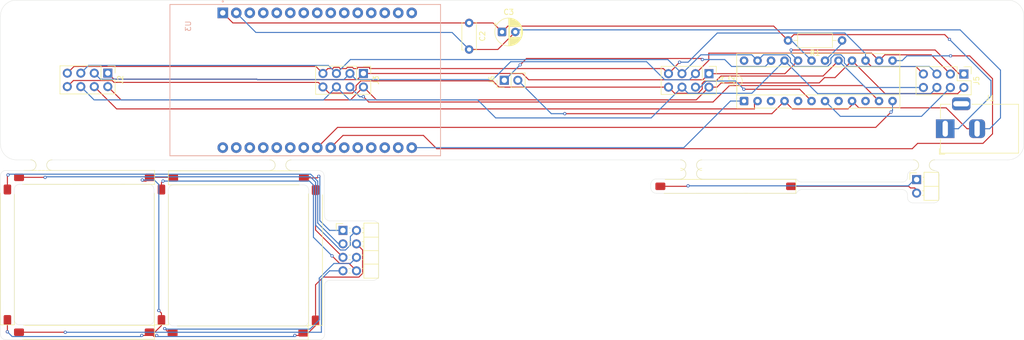
<source format=kicad_pcb>
(kicad_pcb (version 20241229) (generator "pcbnew") (generator_version "9.0")
  (layers (0 "F.Cu" signal) (2 "B.Cu" signal) (13 "F.Paste" user) (15 "B.Paste" user) (5 "F.SilkS" user "F.Silkscreen") (7 "B.SilkS" user "B.Silkscreen") (1 "F.Mask" user) (3 "B.Mask" user) (25 "Edge.Cuts" user))
  (net 0 "")
  (net 1 "Net-(A1-A)")
  (net 2 "Net-(A1-K)")
  (net 3 "Net-(B1-A)")
  (net 4 "GND")
  (net 5 "5V")
  (net 6 "Net-(D1-A)")
  (net 7 "Net-(E1-A)")
  (net 8 "Net-(F1-A)")
  (net 9 "Net-(G1-A)")
  (net 10 "F")
  (net 11 "D1")
  (net 12 "G")
  (net 13 "E")
  (net 14 "A")
  (net 15 "D")
  (net 16 "B")
  (net 17 "C")
  (net 18 "D2")
  (net 19 "D3")
  (net 20 "D4")
  (net 21 "DP")
  (net 22 "Net-(U2-ISET)")
  (net 24 "Net-(U2-CLK)")
  (net 25 "Net-(U2-DIN)")
  (net 26 "Net-(U2-LOAD)")
  (net 44 "Net-(C1-A)")
  (net 45 "Net-(DP1-K)")
  (net 46 "Net-(DP1-A)")
  (footprint "MountingHole:MountingHole_2.2mm_M2" (layer "F.Cu") (at 243.5 45.5)
    (property "Reference" "REF**" (hide yes))
    (property "Value" "M2")
  )
  (footprint "Panelization:mouse-bite-2mm-slot" (layer "F.Cu") (at 108.6 71.6)
    (property "Reference" "mouse-bite-2mm-slot" (hide yes))
    (property "Value" "VAL**" (hide yes))
  )
  (footprint "Connector_PinHeader_2.54mm:PinHeader_2x04_P2.54mm_Vertical" (layer "F.Cu") (at 76.1 54.26 -90)
    (property "Reference" "J2")
    (property "Value" "Conn_02x04_Top_Bottom" (hide yes))
  )
  (footprint "MountingHole:MountingHole_2.2mm_M2" (layer "F.Cu") (at 225.5 65.6)
    (property "Reference" "REF**" (hide yes))
    (property "Value" "M2")
  )
  (footprint "Resistor_THT:R_Axial_DIN0207_L6.3mm_D2.5mm_P10.16mm_Horizontal" (layer "F.Cu") (at 214.28 48.1 180)
    (property "Reference" "R1")
    (property "Value" "10k")
  )
  (footprint "Connector_PinHeader_2.54mm:PinHeader_1x02_P2.54mm_Horizontal" (layer "F.Cu") (at 228.315 74.325)
    (property "Reference" "J8" (hide yes))
    (property "Value" "Conn_01x02_Pin" (hide yes))
  )
  (footprint "led:7SEG" (layer "F.Cu") (at 75.18875 103.29125 180)
    (property "Reference" "F1" (hide yes))
    (property "Value" "LEDF")
  )
  (footprint "Capacitor_THT:CP_Radial_D5.0mm_P2.50mm" (layer "F.Cu") (at 150.294888 46.5)
    (property "Reference" "C3")
    (property "Value" "10uF")
  )
  (footprint "Package_DIP:DIP-24_W7.62mm_Socket" (layer "F.Cu") (at 195.84 59.52 90)
    (property "Reference" "U2")
    (property "Value" "MAX7219")
  )
  (footprint "led:7SEG" (layer "F.Cu") (at 104.1 103.4 180)
    (property "Reference" "E1" (hide yes))
    (property "Value" "LEDE")
  )
  (footprint "MountingHole:MountingHole_2.2mm_M2" (layer "F.Cu") (at 60.9 45.5)
    (property "Reference" "REF**" (hide yes))
    (property "Value" "M2")
  )
  (footprint "Connector_PinHeader_2.54mm:PinHeader_1x02_P2.54mm_Vertical" (layer "F.Cu") (at 150.725 55.6 90)
    (property "Reference" "J6")
    (property "Value" "Conn_01x02_Socket")
  )
  (footprint "led:7SEG" (layer "F.Cu") (at 86 92 90)
    (property "Reference" "G1" (hide yes))
    (property "Value" "LEDG")
  )
  (footprint "led:7SEG" (layer "F.Cu") (at 57.00875 91.98875 90)
    (property "Reference" "A1" (hide yes))
    (property "Value" "LEDA")
  )
  (footprint "led:7SEG" (layer "F.Cu") (at 195.88875 75.79125 180)
    (property "Reference" "DP1" (hide yes))
    (property "Value" "LEDDP")
  )
  (footprint "Connector_BarrelJack:BarrelJack_Horizontal" (layer "F.Cu") (at 233.7 64.7325 180)
    (property "Reference" "J1")
    (property "Value" "Jack-DC" (hide yes))
  )
  (footprint "Panelization:mouse-bite-2mm-slot" (layer "F.Cu") (at 185.9 71.6)
    (property "Reference" "mouse-bite-2mm-slot" (hide yes))
    (property "Value" "VAL**" (hide yes))
  )
  (footprint "Connector_PinHeader_2.54mm:PinHeader_2x04_P2.54mm_Horizontal" (layer "F.Cu") (at 120.36 83.9)
    (property "Reference" "J7" (hide yes))
    (property "Value" "Conn_02x04_Top_Bottom" (hide yes))
  )
  (footprint "Panelization:mouse-bite-2mm-slot" (layer "F.Cu") (at 63.6 71.6)
    (property "Reference" "mouse-bite-2mm-slot" (hide yes))
    (property "Value" "VAL**" (hide yes))
  )
  (footprint "Panelization:mouse-bite-2mm-slot" (layer "F.Cu") (at 229.7 71.6)
    (property "Reference" "mouse-bite-2mm-slot" (hide yes))
    (property "Value" "VAL**" (hide yes))
  )
  (footprint "Connector_PinHeader_2.54mm:PinHeader_2x04_P2.54mm_Vertical" (layer "F.Cu") (at 124.21 54.325 -90)
    (property "Reference" "J3")
    (property "Value" "Conn_02x04_Top_Bottom" (hide yes))
  )
  (footprint "Panelization:mouse-bite-2mm-slot" (layer "F.Cu") (at 185.9 73.2)
    (property "Reference" "mouse-bite-2mm-slot" (hide yes))
    (property "Value" "VAL**" (hide yes))
  )
  (footprint "led:7SEG" (layer "F.Cu") (at 97.2 73.8)
    (property "Reference" "C1" (hide yes))
    (property "Value" "LEDC")
  )
  (footprint "Connector_PinHeader_2.54mm:PinHeader_2x04_P2.54mm_Vertical" (layer "F.Cu") (at 189.24 54.36 -90)
    (property "Reference" "J4")
    (property "Value" "Conn_02x04_Top_Bottom" (hide yes))
  )
  (footprint "Connector_PinHeader_2.54mm:PinHeader_2x04_P2.54mm_Vertical" (layer "F.Cu") (at 237.21 54.425 -90)
    (property "Reference" "J5")
    (property "Value" "Conn_02x04_Top_Bottom" (hide yes))
  )
  (footprint "MountingHole:MountingHole_2.2mm_M2" (layer "F.Cu") (at 60.9 65.5)
    (property "Reference" "REF**" (hide yes))
    (property "Value" "M2")
  )
  (footprint "led:7SEG" (layer "F.Cu") (at 75.2 74.1 180)
    (property "Reference" "B1" (hide yes))
    (property "Value" "LEDB")
  )
  (footprint "led:7SEG" (layer "F.Cu") (at 115 92.08875 90)
    (property "Reference" "D1" (hide yes))
    (property "Value" "LEDD")
  )
  (footprint "Capacitor_THT:C_Disc_D5.0mm_W2.5mm_P5.00mm" (layer "F.Cu") (at 144.1 44.8 -90)
    (property "Reference" "C2")
    (property "Value" "100nf")
  )
  (footprint "led:MODULE_ESP32_DEVKIT_V1" (layer "B.Cu") (at 113.255 55.6 -90)
    (property "Reference" "U3")
    (property "Value" "~" (hide yes))
  )
  (gr_line (start 67.2 72.6) (end 96 72.6) (stroke (width 0.05)) (layer "Edge.Cuts"))
  (gr_line (start 110.6 72.6) (end 115.8105 72.6) (stroke (width 0.05)) (layer "Edge.Cuts"))
  (gr_line (start 117.889529 82.1) (end 124.3 82.1) (stroke (width 0.05)) (layer "Edge.Cuts"))
  (gr_arc (start 127.1 92.3) (mid 126.807107 93.007107) (end 126.1 93.3) (stroke (width 0.05)) (layer "Edge.Cuts"))
  (gr_arc (start 248.5 67.6) (mid 247.62132 69.72132) (end 245.5 70.6) (stroke (width 0.05)) (layer "Edge.Cuts"))
  (gr_line (start 67.2 70.6) (end 106.6 70.6) (stroke (width 0.05)) (layer "Edge.Cuts"))
  (gr_arc (start 116.9 103.5) (mid 116.607107 104.207107) (end 115.9 104.5) (stroke (width 0.05)) (layer "Edge.Cuts"))
  (gr_line (start 56.9 72.6) (end 61.6 72.6) (stroke (width 0.05)) (layer "Edge.Cuts"))
  (gr_arc (start 183.9 70.6) (mid 184.848683 71.283772) (end 184.5 72.4) (stroke (width 0.05)) (layer "Edge.Cuts"))
  (gr_arc (start 126.1 82.1) (mid 126.807107 82.392893) (end 127.1 83.1) (stroke (width 0.05)) (layer "Edge.Cuts"))
  (gr_arc (start 231.7 72.6) (mid 232.345162 72.925637) (end 232.604983 73.6) (stroke (width 0.05)) (layer "Edge.Cuts"))
  (gr_line (start 126.1 93.3) (end 117.9 93.3) (stroke (width 0.05)) (layer "Edge.Cuts"))
  (gr_arc (start 184.5 72.4) (mid 184.848683 73.516228) (end 183.9 74.2) (stroke (width 0.05)) (layer "Edge.Cuts"))
  (gr_arc (start 226.6 73.8) (mid 226.307121 74.507121) (end 225.6 74.8) (stroke (width 0.05)) (layer "Edge.Cuts"))
  (gr_line (start 83.8 75.2) (end 59.5 75.2) (stroke (width 0.05)) (layer "Edge.Cuts"))
  (gr_line (start 205.6 76.9) (end 205.7 76.9) (stroke (width 0.05)) (layer "Edge.Cuts"))
  (gr_arc (start 187.3 72.4) (mid 186.951317 71.283772) (end 187.9 70.6) (stroke (width 0.05)) (layer "Edge.Cuts"))
  (gr_line (start 178.3 75.2) (end 178.3 75.9) (stroke (width 0.05)) (layer "Edge.Cuts"))
  (gr_line (start 205.7 74.2) (end 205.900154 74.440184) (stroke (width 0.05)) (layer "Edge.Cuts"))
  (gr_arc (start 187.9 74.2) (mid 186.951317 73.516228) (end 187.3 72.4) (stroke (width 0.05)) (layer "Edge.Cuts"))
  (gr_line (start 58.5 76.2) (end 58.5 100.7) (stroke (width 0.05)) (layer "Edge.Cuts"))
  (gr_arc (start 116.9 94.3) (mid 117.192893 93.592893) (end 117.9 93.3) (stroke (width 0.05)) (layer "Edge.Cuts"))
  (gr_arc (start 112.9 75.3) (mid 113.607107 75.592893) (end 113.9 76.3) (stroke (width 0.05)) (layer "Edge.Cuts"))
  (gr_line (start 179.3 76.9) (end 205.6 76.9) (stroke (width 0.05)) (layer "Edge.Cuts"))
  (gr_line (start 232.6 73.6) (end 232.6 77.7) (stroke (width 0.05)) (layer "Edge.Cuts"))
  (gr_line (start 231.6 78.7) (end 227.6 78.7) (stroke (width 0.05)) (layer "Edge.Cuts"))
  (gr_line (start 55.9 103.5) (end 55.9 73.6) (stroke (width 0.05)) (layer "Edge.Cuts"))
  (gr_line (start 248.5 43.5) (end 248.5 67.6) (stroke (width 0.05)) (layer "Edge.Cuts"))
  (gr_line (start 59.5 101.7) (end 83.8 101.7) (stroke (width 0.05)) (layer "Edge.Cuts"))
  (gr_line (start 55.9 67.6) (end 55.9 43.5) (stroke (width 0.05)) (layer "Edge.Cuts"))
  (gr_line (start 124.3 82.1) (end 126.1 82.1) (stroke (width 0.05)) (layer "Edge.Cuts"))
  (gr_line (start 58.9 70.6) (end 61.6 70.6) (stroke (width 0.05)) (layer "Edge.Cuts"))
  (gr_line (start 116.810416 73.589474) (end 116.889585 81.110526) (stroke (width 0.05)) (layer "Edge.Cuts"))
  (gr_line (start 112.9 75.3) (end 88.5 75.3) (stroke (width 0.05)) (layer "Edge.Cuts"))
  (gr_line (start 183.9 74.2) (end 179.3 74.2) (stroke (width 0.05)) (layer "Edge.Cuts"))
  (gr_arc (start 225.6 76.2) (mid 226.307121 76.492879) (end 226.6 77.2) (stroke (width 0.05)) (layer "Edge.Cuts"))
  (gr_arc (start 106.6 70.6) (mid 107.6 71.6) (end 106.6 72.6) (stroke (width 0.05)) (layer "Edge.Cuts"))
  (gr_line (start 206.715 76.2) (end 225.6 76.2) (stroke (width 0.05)) (layer "Edge.Cuts"))
  (gr_arc (start 58.5 76.2) (mid 58.792893 75.492893) (end 59.5 75.2) (stroke (width 0.05)) (layer "Edge.Cuts"))
  (gr_line (start 245.5 70.6) (end 231.7 70.6) (stroke (width 0.05)) (layer "Edge.Cuts"))
  (gr_arc (start 110.6 72.6) (mid 109.6 71.6) (end 110.6 70.6) (stroke (width 0.05)) (layer "Edge.Cuts"))
  (gr_arc (start 113.9 100.9) (mid 113.607107 101.607107) (end 112.9 101.9) (stroke (width 0.05)) (layer "Edge.Cuts"))
  (gr_line (start 87.5 76.3) (end 87.5 100.9) (stroke (width 0.05)) (layer "Edge.Cuts"))
  (gr_arc (start 179.3 76.9) (mid 178.592879 76.607121) (end 178.3 75.9) (stroke (width 0.05)) (layer "Edge.Cuts"))
  (gr_arc (start 226.6 73.6) (mid 226.929165 72.858365) (end 227.7 72.605018) (stroke (width 0.05)) (layer "Edge.Cuts"))
  (gr_arc (start 59.5 101.7) (mid 58.792893 101.407107) (end 58.5 100.7) (stroke (width 0.05)) (layer "Edge.Cuts"))
  (gr_arc (start 227.7 70.6) (mid 228.7 71.6) (end 227.7 72.6) (stroke (width 0.05)) (layer "Edge.Cuts"))
  (gr_arc (start 84.8 100.7) (mid 84.507107 101.407107) (end 83.8 101.7) (stroke (width 0.05)) (layer "Edge.Cuts"))
  (gr_arc (start 178.3 75.2) (mid 178.592879 74.492879) (end 179.3 74.2) (stroke (width 0.05)) (layer "Edge.Cuts"))
  (gr_arc (start 88.5 101.9) (mid 87.792893 101.607107) (end 87.5 100.9) (stroke (width 0.05)) (layer "Edge.Cuts"))
  (gr_arc (start 205.900884 76.618762) (mid 206.257029 76.310806) (end 206.714618 76.2) (stroke (width 0.05)) (layer "Edge.Cuts"))
  (gr_line (start 187.9 74.2) (end 205.7 74.2) (stroke (width 0.05)) (layer "Edge.Cuts"))
  (gr_arc (start 55.9 73.6) (mid 56.192893 72.892893) (end 56.9 72.6) (stroke (width 0.05)) (layer "Edge.Cuts"))
  (gr_line (start 226.6 73.8) (end 226.6 73.6) (stroke (width 0.05)) (layer "Edge.Cuts"))
  (gr_arc (start 232.6 77.7) (mid 232.307121 78.407121) (end 231.6 78.7) (stroke (width 0.05)) (layer "Edge.Cuts"))
  (gr_arc (start 117.889529 82.1) (mid 117.186135 81.810829) (end 116.889585 81.110526) (stroke (width 0.05)) (layer "Edge.Cuts"))
  (gr_line (start 88.5 101.9) (end 112.9 101.9) (stroke (width 0.05)) (layer "Edge.Cuts"))
  (gr_arc (start 58.9 70.6) (mid 56.77868 69.72132) (end 55.9 67.6) (stroke (width 0.05)) (layer "Edge.Cuts"))
  (gr_arc (start 245.5 40.5) (mid 247.62132 41.37868) (end 248.5 43.5) (stroke (width 0.05)) (layer "Edge.Cuts"))
  (gr_line (start 84.8 100.7) (end 84.8 76.2) (stroke (width 0.05)) (layer "Edge.Cuts"))
  (gr_line (start 127.1 83.1) (end 127.1 92.3) (stroke (width 0.05)) (layer "Edge.Cuts"))
  (gr_arc (start 227.6 78.7) (mid 226.892879 78.407121) (end 226.6 77.7) (stroke (width 0.05)) (layer "Edge.Cuts"))
  (gr_line (start 206.668375 74.8) (end 225.6 74.8) (stroke (width 0.05)) (layer "Edge.Cuts"))
  (gr_arc (start 56.9 104.5) (mid 56.192893 104.207107) (end 55.9 103.5) (stroke (width 0.05)) (layer "Edge.Cuts"))
  (gr_line (start 106.6 72.6) (end 96 72.6) (stroke (width 0.05)) (layer "Edge.Cuts"))
  (gr_arc (start 231.7 72.6) (mid 230.7 71.6) (end 231.7 70.6) (stroke (width 0.05)) (layer "Edge.Cuts"))
  (gr_line (start 110.6 70.6) (end 183.9 70.6) (stroke (width 0.05)) (layer "Edge.Cuts"))
  (gr_line (start 65.6 72.6) (end 67.2 72.6) (stroke (width 0.05)) (layer "Edge.Cuts"))
  (gr_arc (start 87.5 76.3) (mid 87.792893 75.592893) (end 88.5 75.3) (stroke (width 0.05)) (layer "Edge.Cuts"))
  (gr_line (start 113.9 100.9) (end 113.9 76.3) (stroke (width 0.05)) (layer "Edge.Cuts"))
  (gr_arc (start 65.6 72.6) (mid 64.6 71.6) (end 65.6 70.6) (stroke (width 0.05)) (layer "Edge.Cuts"))
  (gr_arc (start 55.9 43.5) (mid 56.77868 41.37868) (end 58.9 40.5) (stroke (width 0.05)) (layer "Edge.Cuts"))
  (gr_line (start 65.6 70.6) (end 67.2 70.6) (stroke (width 0.05)) (layer "Edge.Cuts"))
  (gr_line (start 226.6 77.2) (end 226.6 77.7) (stroke (width 0.05)) (layer "Edge.Cuts"))
  (gr_arc (start 61.6 70.6) (mid 62.6 71.6) (end 61.6 72.6) (stroke (width 0.05)) (layer "Edge.Cuts"))
  (gr_arc (start 83.8 75.2) (mid 84.507107 75.492893) (end 84.8 76.2) (stroke (width 0.05)) (layer "Edge.Cuts"))
  (gr_line (start 58.9 40.5) (end 245.5 40.5) (stroke (width 0.05)) (layer "Edge.Cuts"))
  (gr_line (start 205.7 76.9) (end 205.900884 76.625) (stroke (width 0.05)) (layer "Edge.Cuts"))
  (gr_line (start 187.9 70.6) (end 227.7 70.6) (stroke (width 0.05)) (layer "Edge.Cuts"))
  (gr_arc (start 115.810471 72.6) (mid 116.513865 72.889171) (end 116.810416 73.589474) (stroke (width 0.05)) (layer "Edge.Cuts"))
  (gr_line (start 116.9 94.3) (end 116.9 103.5) (stroke (width 0.05)) (layer "Edge.Cuts"))
  (gr_arc (start 206.668375 74.8) (mid 206.244209 74.705602) (end 205.900154 74.440184) (stroke (width 0.05)) (layer "Edge.Cuts"))
  (gr_line (start 56.9 104.5) (end 115.9 104.5) (stroke (width 0.05)) (layer "Edge.Cuts"))
  (segment (start 57.20875 76.18875) (end 57.20875 73.57125) (width 0.2) (layer "F.Cu") (net 1))
  (segment (start 57.20875 73.57125) (end 57.3245 73.4555) (width 0.2) (layer "F.Cu") (net 1))
  (via (at 57.3245 73.4555) (size 0.6) (drill 0.3) (layers "F.Cu" "B.Cu") (net 1))
  (segment (start 57.481 73.299) (end 57.3245 73.4555) (width 0.2) (layer "B.Cu") (net 1))
  (segment (start 115.6 74.625456) (end 114.273544 73.299) (width 0.2) (layer "B.Cu") (net 1))
  (segment (start 120.36 86.44) (end 119.54 86.44) (width 0.2) (layer "B.Cu") (net 1))
  (segment (start 119.54 86.44) (end 115.6 82.5) (width 0.2) (layer "B.Cu") (net 1))
  (segment (start 115.6 82.5) (end 115.6 74.625456) (width 0.2) (layer "B.Cu") (net 1))
  (segment (start 114.273544 73.299) (end 57.481 73.299) (width 0.2) (layer "B.Cu") (net 1))
  (segment (start 83.98875 103.09125) (end 84.7965 103.899) (width 0.2) (layer "F.Cu") (net 2))
  (segment (start 116.651058 92.699) (end 115.2 94.150058) (width 0.2) (layer "F.Cu") (net 2))
  (segment (start 82.6 74.6) (end 82.6 74.4) (width 0.2) (layer "F.Cu") (net 2))
  (segment (start 57.20875 102.99125) (end 57.2 103) (width 0.2) (layer "F.Cu") (net 2))
  (segment (start 88.2 73.9) (end 84 73.9) (width 0.2) (layer "F.Cu") (net 2))
  (segment (start 85.3 103.899) (end 85.3 103.7) (width 0.2) (layer "F.Cu") (net 2))
  (segment (start 115.2 94.150058) (end 115.2 100.88875) (width 0.2) (layer "F.Cu") (net 2))
  (segment (start 122.9 86.44) (end 124.051 87.591) (width 0.2) (layer "F.Cu") (net 2))
  (segment (start 83.3 74.6) (end 82.6 74.6) (width 0.2) (layer "F.Cu") (net 2))
  (segment (start 86.2 99.5) (end 85.7 99) (width 0.2) (layer "F.Cu") (net 2))
  (segment (start 124.051 87.591) (end 124.051 91.99676) (width 0.2) (layer "F.Cu") (net 2))
  (segment (start 84 73.9) (end 83.3 74.6) (width 0.2) (layer "F.Cu") (net 2))
  (segment (start 83.98875 103.09125) (end 84.926249 103.09125) (width 0.2) (layer "F.Cu") (net 2))
  (segment (start 84.926249 103.09125) (end 86.2 101.817499) (width 0.2) (layer "F.Cu") (net 2))
  (segment (start 111.3 103.7) (end 112.4 103.7) (width 0.2) (layer "F.Cu") (net 2))
  (segment (start 112.9 103.2) (end 113.837499 103.2) (width 0.2) (layer "F.Cu") (net 2))
  (segment (start 115.2 101.837499) (end 115.2 100.88875) (width 0.2) (layer "F.Cu") (net 2))
  (segment (start 88.3 74) (end 88.2 73.9) (width 0.2) (layer "F.Cu") (net 2))
  (segment (start 123.34876 92.699) (end 116.651058 92.699) (width 0.2) (layer "F.Cu") (net 2))
  (segment (start 83.38 103.7) (end 83.98875 103.09125) (width 0.2) (layer "F.Cu") (net 2))
  (segment (start 82.5 103.7) (end 83.38 103.7) (width 0.2) (layer "F.Cu") (net 2))
  (segment (start 113.837499 103.2) (end 115.2 101.837499) (width 0.2) (layer "F.Cu") (net 2))
  (segment (start 86.2 100.8) (end 86.2 99.5) (width 0.2) (layer "F.Cu") (net 2))
  (segment (start 84.7965 103.899) (end 85.3 103.899) (width 0.2) (layer "F.Cu") (net 2))
  (segment (start 112.4 103.7) (end 112.9 103.2) (width 0.2) (layer "F.Cu") (net 2))
  (segment (start 124.051 91.99676) (end 123.34876 92.699) (width 0.2) (layer "F.Cu") (net 2))
  (segment (start 86.2 101.817499) (end 86.2 100.8) (width 0.2) (layer "F.Cu") (net 2))
  (segment (start 57.20875 100.78875) (end 57.20875 102.99125) (width 0.2) (layer "F.Cu") (net 2))
  (segment (start 88.4 74) (end 88.3 74) (width 0.2) (layer "F.Cu") (net 2))
  (via (at 82.6 74.4) (size 0.6) (drill 0.3) (layers "F.Cu" "B.Cu") (net 2))
  (via (at 82.5 103.7) (size 0.6) (drill 0.3) (layers "F.Cu" "B.Cu") (net 2))
  (via (at 57.2 103) (size 0.6) (drill 0.3) (layers "F.Cu" "B.Cu") (net 2))
  (via (at 111.3 103.7) (size 0.6) (drill 0.3) (layers "F.Cu" "B.Cu") (net 2))
  (via (at 85.7 99) (size 0.6) (drill 0.3) (layers "F.Cu" "B.Cu") (net 2))
  (via (at 85.3 103.7) (size 0.6) (drill 0.3) (layers "F.Cu" "B.Cu") (net 2))
  (segment (start 111.3 103.899) (end 111.3 103.7) (width 0.2) (layer "B.Cu") (net 2))
  (segment (start 85.7 75.250058) (end 85.7 99) (width 0.2) (layer "B.Cu") (net 2))
  (segment (start 57.2 103) (end 58.1 103.9) (width 0.2) (layer "B.Cu") (net 2))
  (segment (start 84.849942 74.4) (end 85.7 75.250058) (width 0.2) (layer "B.Cu") (net 2))
  (segment (start 85.499 103.899) (end 111.3 103.899) (width 0.2) (layer "B.Cu") (net 2))
  (segment (start 85.3 103.7) (end 85.499 103.899) (width 0.2) (layer "B.Cu") (net 2))
  (segment (start 82.5 103.9) (end 82.5 103.7) (width 0.2) (layer "B.Cu") (net 2))
  (segment (start 82.6 74.4) (end 84.849942 74.4) (width 0.2) (layer "B.Cu") (net 2))
  (segment (start 58.1 103.9) (end 82.5 103.9) (width 0.2) (layer "B.Cu") (net 2))
  (segment (start 59.4 73.9) (end 64.3 73.9) (width 0.2) (layer "F.Cu") (net 3))
  (via (at 64.3 73.9) (size 0.6) (drill 0.3) (layers "F.Cu" "B.Cu") (net 3))
  (segment (start 115.2 82.90776) (end 119.88324 87.591) (width 0.2) (layer "B.Cu") (net 3))
  (segment (start 121.749 85.051) (end 122.9 83.9) (width 0.2) (layer "B.Cu") (net 3))
  (segment (start 114.206444 73.799) (end 115.2 74.792556) (width 0.2) (layer "B.Cu") (net 3))
  (segment (start 64.3 73.9) (end 64.401 73.799) (width 0.2) (layer "B.Cu") (net 3))
  (segment (start 120.83676 87.591) (end 121.749 86.67876) (width 0.2) (layer "B.Cu") (net 3))
  (segment (start 115.2 74.792556) (end 115.2 82.90776) (width 0.2) (layer "B.Cu") (net 3))
  (segment (start 64.401 73.799) (end 114.206444 73.799) (width 0.2) (layer "B.Cu") (net 3))
  (segment (start 119.88324 87.591) (end 120.83676 87.591) (width 0.2) (layer "B.Cu") (net 3))
  (segment (start 121.749 86.67876) (end 121.749 85.051) (width 0.2) (layer "B.Cu") (net 3))
  (segment (start 149.494888 49.8) (end 152.794888 46.5) (width 0.2) (layer "F.Cu") (net 4))
  (segment (start 217.4 60.76) (end 217.4 60.8) (width 0.2) (layer "F.Cu") (net 4))
  (segment (start 217.4 60.8) (end 233.8695 60.8) (width 0.2) (layer "F.Cu") (net 4))
  (segment (start 203.46 59.52) (end 201.08 61.9) (width 0.2) (layer "F.Cu") (net 4))
  (segment (start 233.8695 60.8) (end 237.802 64.7325) (width 0.2) (layer "F.Cu") (net 4))
  (segment (start 203.46 59.52) (end 204.94 61) (width 0.2) (layer "F.Cu") (net 4))
  (segment (start 201.08 61.9) (end 162.1 61.9) (width 0.2) (layer "F.Cu") (net 4))
  (segment (start 216.16 59.52) (end 217.4 60.76) (width 0.2) (layer "F.Cu") (net 4))
  (segment (start 144.1 49.8) (end 149.494888 49.8) (width 0.2) (layer "F.Cu") (net 4))
  (segment (start 215.4 61) (end 216.16 60.24) (width 0.2) (layer "F.Cu") (net 4))
  (segment (start 237.802 64.7325) (end 239.7 64.7325) (width 0.2) (layer "F.Cu") (net 4))
  (segment (start 204.94 61) (end 215.4 61) (width 0.2) (layer "F.Cu") (net 4))
  (segment (start 216.16 60.24) (end 216.16 59.52) (width 0.2) (layer "F.Cu") (net 4))
  (via (at 162.1 61.9) (size 0.6) (drill 0.3) (layers "F.Cu" "B.Cu") (net 4))
  (segment (start 244.1 62.7) (end 242.0675 64.7325) (width 0.2) (layer "B.Cu") (net 4))
  (segment (start 244.1 53.7) (end 244.1 62.7) (width 0.2) (layer "B.Cu") (net 4))
  (segment (start 103.969 46.589) (end 100.28 42.9) (width 0.2) (layer "B.Cu") (net 4))
  (segment (start 152.794888 46.5) (end 153.194888 46.1) (width 0.2) (layer "B.Cu") (net 4))
  (segment (start 242.0675 64.7325) (end 239.7 64.7325) (width 0.2) (layer "B.Cu") (net 4))
  (segment (start 144.1 49.8) (end 140.889 46.589) (width 0.2) (layer "B.Cu") (net 4))
  (segment (start 236.5 46.1) (end 244.1 53.7) (width 0.2) (layer "B.Cu") (net 4))
  (segment (start 140.889 46.589) (end 103.969 46.589) (width 0.2) (layer "B.Cu") (net 4))
  (segment (start 159.565 61.9) (end 153.265 55.6) (width 0.2) (layer "B.Cu") (net 4))
  (segment (start 162.1 61.9) (end 159.565 61.9) (width 0.2) (layer "B.Cu") (net 4))
  (segment (start 153.194888 46.1) (end 236.5 46.1) (width 0.2) (layer "B.Cu") (net 4))
  (segment (start 205.221 46.999) (end 204.12 48.1) (width 0.2) (layer "F.Cu") (net 5))
  (segment (start 148.594888 44.8) (end 150.294888 46.5) (width 0.2) (layer "F.Cu") (net 5))
  (segment (start 99.64 44.8) (end 144.1 44.8) (width 0.2) (layer "F.Cu") (net 5))
  (segment (start 151.395888 45.399) (end 201.419 45.399) (width 0.2) (layer "F.Cu") (net 5))
  (segment (start 201.419 45.399) (end 204.12 48.1) (width 0.2) (layer "F.Cu") (net 5))
  (segment (start 234.5 47.9) (end 233.599 46.999) (width 0.2) (layer "F.Cu") (net 5))
  (segment (start 97.74 42.9) (end 99.64 44.8) (width 0.2) (layer "F.Cu") (net 5))
  (segment (start 144.1 44.8) (end 148.594888 44.8) (width 0.2) (layer "F.Cu") (net 5))
  (segment (start 150.294888 46.5) (end 151.395888 45.399) (width 0.2) (layer "F.Cu") (net 5))
  (segment (start 233.599 46.999) (end 205.221 46.999) (width 0.2) (layer "F.Cu") (net 5))
  (via (at 234.5 47.9) (size 0.6) (drill 0.3) (layers "F.Cu" "B.Cu") (net 5))
  (segment (start 242.2 55.6) (end 234.5 47.9) (width 0.2) (layer "B.Cu") (net 5))
  (segment (start 242.3 58.6) (end 242.3 55.6) (width 0.2) (layer "B.Cu") (net 5))
  (segment (start 236.1675 64.7325) (end 242.3 58.6) (width 0.2) (layer "B.Cu") (net 5))
  (segment (start 242.2 55.6) (end 242.3 55.6) (width 0.2) (layer "B.Cu") (net 5))
  (segment (start 204.74 48.1) (end 204.12 48.1) (width 0.2) (layer "B.Cu") (net 5))
  (segment (start 208.54 51.9) (end 204.74 48.1) (width 0.2) (layer "B.Cu") (net 5))
  (segment (start 233.7 64.7325) (end 236.1675 64.7325) (width 0.2) (layer "B.Cu") (net 5))
  (segment (start 115.2 76.28875) (end 115.2 83.82) (width 0.2) (layer "F.Cu") (net 6))
  (segment (start 115.2 83.82) (end 120.36 88.98) (width 0.2) (layer "F.Cu") (net 6))
  (segment (start 87.6 103.2) (end 86.8 102.4) (width 0.2) (layer "F.Cu") (net 7))
  (segment (start 88.3 103.2) (end 87.6 103.2) (width 0.2) (layer "F.Cu") (net 7))
  (via (at 86.8 102.4) (size 0.6) (drill 0.3) (layers "F.Cu" "B.Cu") (net 7))
  (segment (start 86.8 102.4) (end 86.901 102.501) (width 0.2) (layer "B.Cu") (net 7))
  (segment (start 115.898 100.751942) (end 115.898 92.884958) (width 0.2) (layer "B.Cu") (net 7))
  (segment (start 86.901 102.501) (end 114.148942 102.501) (width 0.2) (layer "B.Cu") (net 7))
  (segment (start 118.651958 90.131) (end 121.749 90.131) (width 0.2) (layer "B.Cu") (net 7))
  (segment (start 121.749 90.131) (end 122.9 88.98) (width 0.2) (layer "B.Cu") (net 7))
  (segment (start 114.148942 102.501) (end 115.898 100.751942) (width 0.2) (layer "B.Cu") (net 7))
  (segment (start 115.898 92.884958) (end 118.651958 90.131) (width 0.2) (layer "B.Cu") (net 7))
  (segment (start 68.09125 103.09125) (end 68.1 103.1) (width 0.2) (layer "F.Cu") (net 8))
  (segment (start 59.38875 103.09125) (end 68.09125 103.09125) (width 0.2) (layer "F.Cu") (net 8))
  (via (at 68.1 103.1) (size 0.6) (drill 0.3) (layers "F.Cu" "B.Cu") (net 8))
  (segment (start 117.830058 91.52) (end 120.36 91.52) (width 0.2) (layer "B.Cu") (net 8))
  (segment (start 68.1 103.1) (end 116.299 103.1) (width 0.2) (layer "B.Cu") (net 8))
  (segment (start 116.299 103.1) (end 116.299 93.051058) (width 0.2) (layer "B.Cu") (net 8))
  (segment (start 116.299 93.051058) (end 117.830058 91.52) (width 0.2) (layer "B.Cu") (net 8))
  (segment (start 86.2 76.2) (end 86.2 74.9) (width 0.2) (layer "F.Cu") (net 9))
  (segment (start 86.2 74.9) (end 86.5 74.6) (width 0.2) (layer "F.Cu") (net 9))
  (segment (start 119.731 90.131) (end 118.3 88.7) (width 0.2) (layer "F.Cu") (net 9))
  (segment (start 121.511 90.131) (end 119.731 90.131) (width 0.2) (layer "F.Cu") (net 9))
  (segment (start 122.9 91.52) (end 121.511 90.131) (width 0.2) (layer "F.Cu") (net 9))
  (via (at 86.5 74.6) (size 0.6) (drill 0.3) (layers "F.Cu" "B.Cu") (net 9))
  (via (at 118.3 88.7) (size 0.6) (drill 0.3) (layers "F.Cu" "B.Cu") (net 9))
  (segment (start 114.799 75.349058) (end 114.799 85.199) (width 0.2) (layer "B.Cu") (net 9))
  (segment (start 114.049942 74.6) (end 114.799 75.349058) (width 0.2) (layer "B.Cu") (net 9))
  (segment (start 114.799 85.199) (end 118.3 88.7) (width 0.2) (layer "B.Cu") (net 9))
  (segment (start 86.5 74.6) (end 114.049942 74.6) (width 0.2) (layer "B.Cu") (net 9))
  (segment (start 125.361 53.174) (end 125.361 53.4) (width 0.2) (layer "F.Cu") (net 10))
  (segment (start 118.65324 53.174) (end 119.60676 53.174) (width 0.2) (layer "F.Cu") (net 10))
  (segment (start 228.165 53) (end 229.59 54.425) (width 0.2) (layer "F.Cu") (net 10))
  (segment (start 218.7 51.9) (end 219.8 53) (width 0.2) (layer "F.Cu") (net 10))
  (segment (start 180.66 53.4) (end 181.62 54.36) (width 0.2) (layer "F.Cu") (net 10))
  (segment (start 120.96724 53.4) (end 121.19324 53.174) (width 0.2) (layer "F.Cu") (net 10))
  (segment (start 122.37276 53.4) (end 123.059 53.4) (width 0.2) (layer "F.Cu") (net 10))
  (segment (start 122.14676 53.174) (end 122.37276 53.4) (width 0.2) (layer "F.Cu") (net 10))
  (segment (start 125.361 53.4) (end 180.66 53.4) (width 0.2) (layer "F.Cu") (net 10))
  (segment (start 117.515 53.4) (end 118.42724 53.4) (width 0.2) (layer "F.Cu") (net 10))
  (segment (start 116.59 54.325) (end 117.515 53.4) (width 0.2) (layer "F.Cu") (net 10))
  (segment (start 68.48 54.26) (end 69.74 53) (width 0.2) (layer "F.Cu") (net 10))
  (segment (start 115.265 53) (end 116.59 54.325) (width 0.2) (layer "F.Cu") (net 10))
  (segment (start 182.98 52.92) (end 183.7 52.2) (width 0.2) (layer "F.Cu") (net 10))
  (segment (start 182.98 53) (end 182.98 52.92) (width 0.2) (layer "F.Cu") (net 10))
  (segment (start 181.62 54.36) (end 182.98 53) (width 0.2) (layer "F.Cu") (net 10))
  (segment (start 119.60676 53.174) (end 119.83276 53.4) (width 0.2) (layer "F.Cu") (net 10))
  (segment (start 118.42724 53.4) (end 118.65324 53.174) (width 0.2) (layer "F.Cu") (net 10))
  (segment (start 219.8 53) (end 228.165 53) (width 0.2) (layer "F.Cu") (net 10))
  (segment (start 123.059 53.174) (end 125.361 53.174) (width 0.2) (layer "F.Cu") (net 10))
  (segment (start 121.19324 53.174) (end 122.14676 53.174) (width 0.2) (layer "F.Cu") (net 10))
  (segment (start 69.74 53) (end 115.265 53) (width 0.2) (layer "F.Cu") (net 10))
  (segment (start 119.83276 53.4) (end 120.96724 53.4) (width 0.2) (layer "F.Cu") (net 10))
  (segment (start 123.059 53.4) (end 123.059 53.174) (width 0.2) (layer "F.Cu") (net 10))
  (via (at 183.7 52.2) (size 0.6) (drill 0.3) (layers "F.Cu" "B.Cu") (net 10))
  (segment (start 190.8 46.7) (end 185.3 52.2) (width 0.2) (layer "B.Cu") (net 10))
  (segment (start 185.3 52.2) (end 183.7 52.2) (width 0.2) (layer "B.Cu") (net 10))
  (segment (start 214.8 46.7) (end 190.8 46.7) (width 0.2) (layer "B.Cu") (net 10))
  (segment (start 218.7 51.9) (end 218.7 50.6) (width 0.2) (layer "B.Cu") (net 10))
  (segment (start 218.7 50.6) (end 214.8 46.7) (width 0.2) (layer "B.Cu") (net 10))
  (segment (start 73.56 56.8) (end 77.76 61) (width 0.2) (layer "F.Cu") (net 11))
  (segment (start 197.8 61) (end 197.8 60.1) (width 0.2) (layer "F.Cu") (net 11))
  (segment (start 197.8 60.1) (end 198.38 59.52) (width 0.2) (layer "F.Cu") (net 11))
  (segment (start 77.76 61) (end 197.8 61) (width 0.2) (layer "F.Cu") (net 11))
  (segment (start 188.4181 55.749) (end 190.551 55.749) (width 0.2) (layer "F.Cu") (net 12))
  (segment (start 149.723 56.9) (end 181.62 56.9) (width 0.2) (layer "F.Cu") (net 12))
  (segment (start 181.62 56.9) (end 182.771 58.051) (width 0.2) (layer "F.Cu") (net 12))
  (segment (start 187.9671 56.2) (end 188.4181 55.749) (width 0.2) (layer "F.Cu") (net 12))
  (segment (start 148.537 55.714) (end 149.723 56.9) (width 0.2) (layer "F.Cu") (net 12))
  (segment (start 117.741 58.016) (end 122.14676 58.016) (width 0.2) (layer "F.Cu") (net 12))
  (segment (start 69.631 55.649) (end 76.9219 55.649) (width 0.2) (layer "F.Cu") (net 12))
  (segment (start 182.771 58.051) (end 187.17676 58.051) (width 0.2) (layer "F.Cu") (net 12))
  (segment (start 116.59 56.865) (end 117.741 58.016) (width 0.2) (layer "F.Cu") (net 12))
  (segment (start 122.14676 58.016) (end 122.821 57.34176) (width 0.2) (layer "F.Cu") (net 12))
  (segment (start 122.821 56.62624) (end 123.73324 55.714) (width 0.2) (layer "F.Cu") (net 12))
  (segment (start 76.9219 55.649) (end 77.2729 56) (width 0.2) (layer "F.Cu") (net 12))
  (segment (start 122.821 57.34176) (end 122.821 56.62624) (width 0.2) (layer "F.Cu") (net 12))
  (segment (start 187.9671 57.26066) (end 187.9671 56.2) (width 0.2) (layer "F.Cu") (net 12))
  (segment (start 210.72 54.8) (end 213.62 51.9) (width 0.2) (layer "F.Cu") (net 12))
  (segment (start 191.5 54.8) (end 210.72 54.8) (width 0.2) (layer "F.Cu") (net 12))
  (segment (start 77.2729 56) (end 115.725 56) (width 0.2) (layer "F.Cu") (net 12))
  (segment (start 187.17676 58.051) (end 187.9671 57.26066) (width 0.2) (layer "F.Cu") (net 12))
  (segment (start 115.725 56) (end 116.59 56.865) (width 0.2) (layer "F.Cu") (net 12))
  (segment (start 123.73324 55.714) (end 148.537 55.714) (width 0.2) (layer "F.Cu") (net 12))
  (segment (start 190.551 55.749) (end 191.5 54.8) (width 0.2) (layer "F.Cu") (net 12))
  (segment (start 68.48 56.8) (end 69.631 55.649) (width 0.2) (layer "F.Cu") (net 12))
  (segment (start 218.685 56.965) (end 229.59 56.965) (width 0.2) (layer "B.Cu") (net 12))
  (segment (start 213.62 51.9) (end 218.685 56.965) (width 0.2) (layer "B.Cu") (net 12))
  (segment (start 232.13 56.965) (end 230.979 58.116) (width 0.2) (layer "B.Cu") (net 13))
  (segment (start 121.565 59.3) (end 145.7 59.3) (width 0.2) (layer "B.Cu") (net 13))
  (segment (start 230.979 58.116) (end 209.676 58.116) (width 0.2) (layer "B.Cu") (net 13))
  (segment (start 185.311 58.051) (end 197.309 58.051) (width 0.2) (layer "B.Cu") (net 13))
  (segment (start 145.7 59.3) (end 149.1 62.7) (width 0.2) (layer "B.Cu") (net 13))
  (segment (start 73.52 59.3) (end 116.695 59.3) (width 0.2) (layer "B.Cu") (net 13))
  (segment (start 197.309 58.051) (end 203.46 51.9) (width 0.2) (layer "B.Cu") (net 13))
  (segment (start 119.13 56.865) (end 121.565 59.3) (width 0.2) (layer "B.Cu") (net 13))
  (segment (start 71.02 56.8) (end 73.52 59.3) (width 0.2) (layer "B.Cu") (net 13))
  (segment (start 184.16 56.9) (end 185.311 58.051) (width 0.2) (layer "B.Cu") (net 13))
  (segment (start 149.1 62.7) (end 178.36 62.7) (width 0.2) (layer "B.Cu") (net 13))
  (segment (start 178.36 62.7) (end 184.16 56.9) (width 0.2) (layer "B.Cu") (net 13))
  (segment (start 209.676 58.116) (end 203.46 51.9) (width 0.2) (layer "B.Cu") (net 13))
  (segment (start 116.695 59.3) (end 119.13 56.865) (width 0.2) (layer "B.Cu") (net 13))
  (segment (start 231.044 50.799) (end 234.67 54.425) (width 0.2) (layer "F.Cu") (net 14))
  (segment (start 222.341 50.799) (end 231.044 50.799) (width 0.2) (layer "F.Cu") (net 14))
  (segment (start 189.2 50.5) (end 189.2 51.86) (width 0.2) (layer "F.Cu") (net 14))
  (segment (start 219.84 50.5) (end 189.2 50.5) (width 0.2) (layer "F.Cu") (net 14))
  (segment (start 189.2 51.86) (end 186.7 54.36) (width 0.2) (layer "F.Cu") (net 14))
  (segment (start 221.24 51.9) (end 219.84 50.5) (width 0.2) (layer "F.Cu") (net 14))
  (segment (start 221.24 51.9) (end 222.341 50.799) (width 0.2) (layer "F.Cu") (net 14))
  (segment (start 104.22824 55.476) (end 120.519 55.476) (width 0.2) (layer "B.Cu") (net 14))
  (segment (start 185.549 55.511) (end 186.7 54.36) (width 0.2) (layer "B.Cu") (net 14))
  (segment (start 148.547 55.476) (end 151.923 52.1) (width 0.2) (layer "B.Cu") (net 14))
  (segment (start 151.923 52.1) (end 177.49424 52.1) (width 0.2) (layer "B.Cu") (net 14))
  (segment (start 180.90524 55.511) (end 185.549 55.511) (width 0.2) (layer "B.Cu") (net 14))
  (segment (start 77.251 55.411) (end 74.949 55.411) (width 0.2) (layer "B.Cu") (net 14))
  (segment (start 104.15224 55.4) (end 77.251 55.4) (width 0.2) (layer "B.Cu") (net 14))
  (segment (start 104.15224 55.4) (end 104.22824 55.476) (width 0.2) (layer "B.Cu") (net 14))
  (segment (start 74.7 55.4) (end 73.56 54.26) (width 0.2) (layer "B.Cu") (net 14))
  (segment (start 74.949 55.4) (end 74.7 55.4) (width 0.2) (layer "B.Cu") (net 14))
  (segment (start 121.67 54.325) (end 122.821 55.476) (width 0.2) (layer "B.Cu") (net 14))
  (segment (start 74.949 55.411) (end 74.949 55.4) (width 0.2) (layer "B.Cu") (net 14))
  (segment (start 77.251 55.4) (end 77.251 55.411) (width 0.2) (layer "B.Cu") (net 14))
  (segment (start 122.821 55.476) (end 148.547 55.476) (width 0.2) (layer "B.Cu") (net 14))
  (segment (start 120.519 55.476) (end 121.67 54.325) (width 0.2) (layer "B.Cu") (net 14))
  (segment (start 177.49424 52.1) (end 180.90524 55.511) (width 0.2) (layer "B.Cu") (net 14))
  (segment (start 181.5 51.7) (end 184.16 54.36) (width 0.2) (layer "B.Cu") (net 15))
  (segment (start 199.481 50.799) (end 198.38 51.9) (width 0.2) (layer "B.Cu") (net 15))
  (segment (start 205.401 53.001) (end 204.561 52.161) (width 0.2) (layer "B.Cu") (net 15))
  (segment (start 214.721 51.44395) (end 214.07605 50.799) (width 0.2) (layer "B.Cu") (net 15))
  (segment (start 212.82595 50.799) (end 212.181 51.44395) (width 0.2) (layer "B.Cu") (net 15))
  (segment (start 117.605 52.8) (end 119.13 54.325) (width 0.2) (layer "B.Cu") (net 15))
  (segment (start 198.38 51.9) (end 197.279 50.799) (width 0.2) (layer "B.Cu") (net 15))
  (segment (start 121.755 51.7) (end 181.5 51.7) (width 0.2) (layer "B.Cu") (net 15))
  (segment (start 214.07605 50.799) (end 212.82595 50.799) (width 0.2) (layer "B.Cu") (net 15))
  (segment (start 203.91605 50.799) (end 199.481 50.799) (width 0.2) (layer "B.Cu") (net 15))
  (segment (start 204.561 52.161) (end 204.561 51.44395) (width 0.2) (layer "B.Cu") (net 15))
  (segment (start 232.13 54.425) (end 230.706 53.001) (width 0.2) (layer "B.Cu") (net 15))
  (segment (start 215.36595 53.001) (end 214.721 52.35605) (width 0.2) (layer "B.Cu") (net 15))
  (segment (start 71.02 54.26) (end 72.48 52.8) (width 0.2) (layer "B.Cu") (net 15))
  (segment (start 230.706 53.001) (end 215.36595 53.001) (width 0.2) (layer "B.Cu") (net 15))
  (segment (start 211.53605 53.001) (end 205.401 53.001) (width 0.2) (layer "B.Cu") (net 15))
  (segment (start 197.279 50.799) (end 187.721 50.799) (width 0.2) (layer "B.Cu") (net 15))
  (segment (start 187.721 50.799) (end 184.16 54.36) (width 0.2) (layer "B.Cu") (net 15))
  (segment (start 212.181 52.35605) (end 211.53605 53.001) (width 0.2) (layer "B.Cu") (net 15))
  (segment (start 119.13 54.325) (end 121.755 51.7) (width 0.2) (layer "B.Cu") (net 15))
  (segment (start 214.721 52.35605) (end 214.721 51.44395) (width 0.2) (layer "B.Cu") (net 15))
  (segment (start 204.561 51.44395) (end 203.91605 50.799) (width 0.2) (layer "B.Cu") (net 15))
  (segment (start 72.48 52.8) (end 117.605 52.8) (width 0.2) (layer "B.Cu") (net 15))
  (segment (start 212.181 51.44395) (end 212.181 52.35605) (width 0.2) (layer "B.Cu") (net 15))
  (segment (start 186.84 59.3) (end 189.24 56.9) (width 0.2) (layer "F.Cu") (net 16))
  (segment (start 189.24 56.9) (end 190.744 56.9) (width 0.2) (layer "F.Cu") (net 16))
  (segment (start 76.1 56.8) (end 78.6 59.3) (width 0.2) (layer "F.Cu") (net 16))
  (segment (start 210.9871 55.1) (end 209.9871 56.1) (width 0.2) (layer "F.Cu") (net 16))
  (segment (start 222.376 58.116) (end 236.059 58.116) (width 0.2) (layer "F.Cu") (net 16))
  (segment (start 121.775 59.3) (end 124.21 56.865) (width 0.2) (layer "F.Cu") (net 16))
  (segment (start 216.16 51.9) (end 222.376 58.116) (width 0.2) (layer "F.Cu") (net 16))
  (segment (start 209.9871 56.1) (end 191.544 56.1) (width 0.2) (layer "F.Cu") (net 16))
  (segment (start 124.21 56.865) (end 126.645 59.3) (width 0.2) (layer "F.Cu") (net 16))
  (segment (start 212.96 55.1) (end 210.9871 55.1) (width 0.2) (layer "F.Cu") (net 16))
  (segment (start 236.059 58.116) (end 237.21 56.965) (width 0.2) (layer "F.Cu") (net 16))
  (segment (start 78.6 59.3) (end 121.775 59.3) (width 0.2) (layer "F.Cu") (net 16))
  (segment (start 216.16 51.9) (end 212.96 55.1) (width 0.2) (layer "F.Cu") (net 16))
  (segment (start 126.645 59.3) (end 186.84 59.3) (width 0.2) (layer "F.Cu") (net 16))
  (segment (start 190.744 56.9) (end 191.544 56.1) (width 0.2) (layer "F.Cu") (net 16))
  (segment (start 154.125 54.325) (end 155.311 55.511) (width 0.2) (layer "F.Cu") (net 17))
  (segment (start 104.15224 55.4) (end 77.24 55.4) (width 0.2) (layer "F.Cu") (net 17))
  (segment (start 104.22824 55.476) (end 123.059 55.476) (width 0.2) (layer "F.Cu") (net 17))
  (segment (start 104.15224 55.4) (end 104.22824 55.476) (width 0.2) (layer "F.Cu") (net 17))
  (segment (start 236.325 54.425) (end 231.8 49.9) (width 0.2) (layer "F.Cu") (net 17))
  (segment (start 155.311 55.511) (end 188.089 55.511) (width 0.2) (layer "F.Cu") (net 17))
  (segment (start 189.24 54.36) (end 203.54 54.36) (width 0.2) (layer "F.Cu") (net 17))
  (segment (start 203.54 54.36) (end 206 51.9) (width 0.2) (layer "F.Cu") (net 17))
  (segment (start 188.089 55.511) (end 189.24 54.36) (width 0.2) (layer "F.Cu") (net 17))
  (segment (start 237.21 54.425) (end 236.325 54.425) (width 0.2) (layer "F.Cu") (net 17))
  (segment (start 123.059 55.476) (end 124.21 54.325) (width 0.2) (layer "F.Cu") (net 17))
  (segment (start 124.21 54.325) (end 154.125 54.325) (width 0.2) (layer "F.Cu") (net 17))
  (segment (start 77.24 55.4) (end 76.1 54.26) (width 0.2) (layer "F.Cu") (net 17))
  (segment (start 231.8 49.9) (end 204.7 49.9) (width 0.2) (layer "F.Cu") (net 17))
  (via (at 204.7 49.9) (size 0.6) (drill 0.3) (layers "F.Cu" "B.Cu") (net 17))
  (segment (start 204.7 50.6) (end 206 51.9) (width 0.2) (layer "B.Cu") (net 17))
  (segment (start 204.7 49.9) (end 204.7 50.6) (width 0.2) (layer "B.Cu") (net 17))
  (segment (start 218.32 56.6) (end 221.24 59.52) (width 0.2) (layer "F.Cu") (net 18))
  (segment (start 125.201 59.701) (end 189.999 59.701) (width 0.2) (layer "F.Cu") (net 18))
  (segment (start 189.999 59.701) (end 193.1 56.6) (width 0.2) (layer "F.Cu") (net 18))
  (segment (start 193.1 56.6) (end 218.32 56.6) (width 0.2) (layer "F.Cu") (net 18))
  (segment (start 124.2 58.7) (end 125.201 59.701) (width 0.2) (layer "F.Cu") (net 18))
  (via (at 124.2 58.7) (size 0.6) (drill 0.3) (layers "F.Cu" "B.Cu") (net 18))
  (segment (start 121.67 56.865) (end 123.505 58.7) (width 0.2) (layer "B.Cu") (net 18))
  (segment (start 123.505 58.7) (end 124.2 58.7) (width 0.2) (layer "B.Cu") (net 18))
  (segment (start 195.8 57.3) (end 206.32 57.3) (width 0.2) (layer "F.Cu") (net 19))
  (segment (start 206.32 57.3) (end 208.54 59.52) (width 0.2) (layer "F.Cu") (net 19))
  (via (at 195.8 57.3) (size 0.6) (drill 0.3) (layers "F.Cu" "B.Cu") (net 19))
  (segment (start 186.7 56.9) (end 187.61224 56.9) (width 0.2) (layer "B.Cu") (net 19))
  (segment (start 194.249 55.749) (end 195.8 57.3) (width 0.2) (layer "B.Cu") (net 19))
  (segment (start 188.76324 55.749) (end 194.249 55.749) (width 0.2) (layer "B.Cu") (net 19))
  (segment (start 187.61224 56.9) (end 188.76324 55.749) (width 0.2) (layer "B.Cu") (net 19))
  (segment (start 234.67 56.965) (end 229.235 62.4) (width 0.2) (layer "B.Cu") (net 20))
  (segment (start 229.235 62.4) (end 213.96 62.4) (width 0.2) (layer "B.Cu") (net 20))
  (segment (start 213.96 62.4) (end 211.08 59.52) (width 0.2) (layer "B.Cu") (net 20))
  (segment (start 154.9 51.5) (end 153.7 52.7) (width 0.2) (layer "F.Cu") (net 21))
  (segment (start 188 51.7) (end 187.8 51.5) (width 0.2) (layer "F.Cu") (net 21))
  (segment (start 187.8 51.5) (end 154.9 51.5) (width 0.2) (layer "F.Cu") (net 21))
  (via (at 188 51.7) (size 0.6) (drill 0.3) (layers "F.Cu" "B.Cu") (net 21))
  (via (at 153.7 52.7) (size 0.6) (drill 0.3) (layers "F.Cu" "B.Cu") (net 21))
  (segment (start 199.819 53.001) (end 193.501 53.001) (width 0.2) (layer "B.Cu") (net 21))
  (segment (start 150.725 55.6) (end 150.8 55.6) (width 0.2) (layer "B.Cu") (net 21))
  (segment (start 150.8 55.6) (end 153.7 52.7) (width 0.2) (layer "B.Cu") (net 21))
  (segment (start 192.2 51.7) (end 188 51.7) (width 0.2) (layer "B.Cu") (net 21))
  (segment (start 193.501 53.001) (end 192.2 51.7) (width 0.2) (layer "B.Cu") (net 21))
  (segment (start 200.92 51.9) (end 199.819 53.001) (width 0.2) (layer "B.Cu") (net 21))
  (segment (start 211.08 51.9) (end 214.28 48.7) (width 0.2) (layer "B.Cu") (net 22))
  (segment (start 214.28 48.7) (end 214.28 48.1) (width 0.2) (layer "B.Cu") (net 22))
  (segment (start 120.36 66) (end 118.06 68.3) (width 0.2) (layer "F.Cu") (net 24))
  (segment (start 227.5 68.5) (end 138 68.5) (width 0.2) (layer "F.Cu") (net 24))
  (segment (start 238.3 51) (end 242.6 55.3) (width 0.2) (layer "F.Cu") (net 24))
  (segment (start 234.7 51) (end 238.3 51) (width 0.2) (layer "F.Cu") (net 24))
  (segment (start 242.6 65.7) (end 240.8 67.5) (width 0.2) (layer "F.Cu") (net 24))
  (segment (start 228.5 67.5) (end 227.5 68.5) (width 0.2) (layer "F.Cu") (net 24))
  (segment (start 240.8 67.5) (end 228.5 67.5) (width 0.2) (layer "F.Cu") (net 24))
  (segment (start 138 68.5) (end 135.5 66) (width 0.2) (layer "F.Cu") (net 24))
  (segment (start 242.6 55.3) (end 242.6 65.7) (width 0.2) (layer "F.Cu") (net 24))
  (segment (start 135.5 66) (end 120.36 66) (width 0.2) (layer "F.Cu") (net 24))
  (via (at 234.7 51) (size 0.6) (drill 0.3) (layers "F.Cu" "B.Cu") (net 24))
  (segment (start 226.5 51) (end 225.6 51.9) (width 0.2) (layer "B.Cu") (net 24))
  (segment (start 234.7 51) (end 226.5 51) (width 0.2) (layer "B.Cu") (net 24))
  (segment (start 225.6 51.9) (end 223.78 51.9) (width 0.2) (layer "B.Cu") (net 24))
  (segment (start 133.3 68.3) (end 184.50295 68.3) (width 0.2) (layer "B.Cu") (net 25))
  (segment (start 193.28295 59.52) (end 195.84 59.52) (width 0.2) (layer "B.Cu") (net 25))
  (segment (start 184.50295 68.3) (end 193.28295 59.52) (width 0.2) (layer "B.Cu") (net 25))
  (segment (start 220.619 64.481) (end 223.5 61.6) (width 0.2) (layer "F.Cu") (net 26))
  (segment (start 115.52 68.3) (end 119.339 64.481) (width 0.2) (layer "F.Cu") (net 26))
  (segment (start 119.339 64.481) (end 220.619 64.481) (width 0.2) (layer "F.Cu") (net 26))
  (via (at 223.5 61.6) (size 0.6) (drill 0.3) (layers "F.Cu" "B.Cu") (net 26))
  (segment (start 223.78 61.32) (end 223.78 59.52) (width 0.2) (layer "B.Cu") (net 26))
  (segment (start 223.5 61.6) (end 223.78 61.32) (width 0.2) (layer "B.Cu") (net 26))
  (segment (start 113 74) (end 115.5 74) (width 0.2) (layer "F.Cu") (net 44))
  (segment (start 115.5 74) (end 115.8 73.7) (width 0.2) (layer "F.Cu") (net 44))
  (via (at 115.8 73.7) (size 0.6) (drill 0.3) (layers "F.Cu" "B.Cu") (net 44))
  (segment (start 115.8 73.7) (end 116.001 73.901) (width 0.2) (layer "B.Cu") (net 44))
  (segment (start 117.846399 83.9) (end 120.36 83.9) (width 0.2) (layer "B.Cu") (net 44))
  (segment (start 116.001 73.901) (end 116.001 82.054601) (width 0.2) (layer "B.Cu") (net 44))
  (segment (start 116.001 82.054601) (end 117.846399 83.9) (width 0.2) (layer "B.Cu") (net 44))
  (segment (start 226.848942 75.599) (end 226.766442 75.599) (width 0.2) (layer "F.Cu") (net 45))
  (segment (start 226.766442 75.599) (end 226.758692 75.59125) (width 0.2) (layer "F.Cu") (net 45))
  (segment (start 226.758692 75.59125) (end 204.68875 75.59125) (width 0.2) (layer "F.Cu") (net 45))
  (segment (start 228.415 76.365) (end 227.95 75.9) (width 0.2) (layer "F.Cu") (net 45))
  (segment (start 227.149942 75.9) (end 226.848942 75.599) (width 0.2) (layer "F.Cu") (net 45))
  (segment (start 227.95 75.9) (end 227.149942 75.9) (width 0.2) (layer "F.Cu") (net 45))
  (segment (start 180.08875 75.59125) (end 185.20875 75.59125) (width 0.2) (layer "F.Cu") (net 46))
  (segment (start 185.20875 75.59125) (end 185.3 75.5) (width 0.2) (layer "F.Cu") (net 46))
  (via (at 185.3 75.5) (size 0.6) (drill 0.3) (layers "F.Cu" "B.Cu") (net 46))
  (segment (start 228.415 73.834942) (end 226.749942 75.5) (width 0.2) (layer "B.Cu") (net 46))
  (segment (start 226.749942 75.5) (end 185.3 75.5) (width 0.2) (layer "B.Cu") (net 46))
)
</source>
